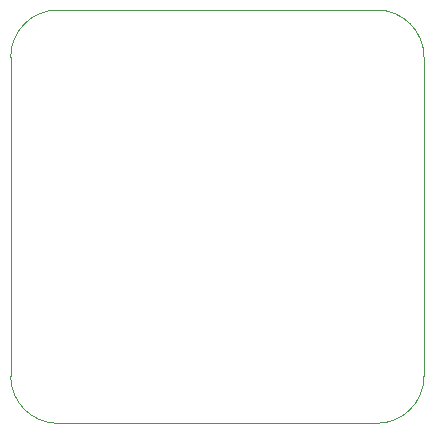
<source format=gm1>
G04 #@! TF.GenerationSoftware,KiCad,Pcbnew,9.0.3*
G04 #@! TF.CreationDate,2025-08-26T17:56:25-07:00*
G04 #@! TF.ProjectId,i2c_breakout,6932635f-6272-4656-916b-6f75742e6b69,v1.0.0*
G04 #@! TF.SameCoordinates,Original*
G04 #@! TF.FileFunction,Profile,NP*
%FSLAX45Y45*%
G04 Gerber Fmt 4.5, Leading zero omitted, Abs format (unit mm)*
G04 Created by KiCad (PCBNEW 9.0.3) date 2025-08-26 17:56:25*
%MOMM*%
%LPD*%
G01*
G04 APERTURE LIST*
G04 #@! TA.AperFunction,Profile*
%ADD10C,0.050000*%
G04 #@! TD*
G04 APERTURE END LIST*
D10*
X12700000Y-8300000D02*
G75*
G02*
X12300000Y-7900000I0J400000D01*
G01*
X15400000Y-8300000D02*
X12700000Y-8300000D01*
X12300000Y-7900000D02*
X12300000Y-5200000D01*
X15400000Y-4800000D02*
G75*
G02*
X15800000Y-5200000I0J-400000D01*
G01*
X12700000Y-4800000D02*
X15400000Y-4800000D01*
X12300000Y-5200000D02*
G75*
G02*
X12700000Y-4800000I400000J0D01*
G01*
X15800000Y-5200000D02*
X15800000Y-7900000D01*
X15800000Y-7900000D02*
G75*
G02*
X15400000Y-8300000I-400000J0D01*
G01*
M02*

</source>
